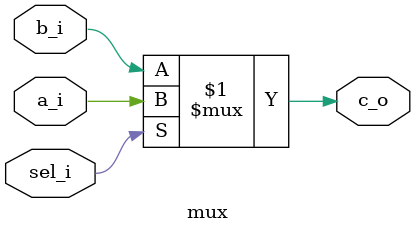
<source format=sv>
module mux
(
    input  logic a_i,
    input  logic b_i,
    input  logic sel_i,
    output logic c_o
);

    assign c_o =sel_i ? a_i :b_i ;
    
endmodule
</source>
